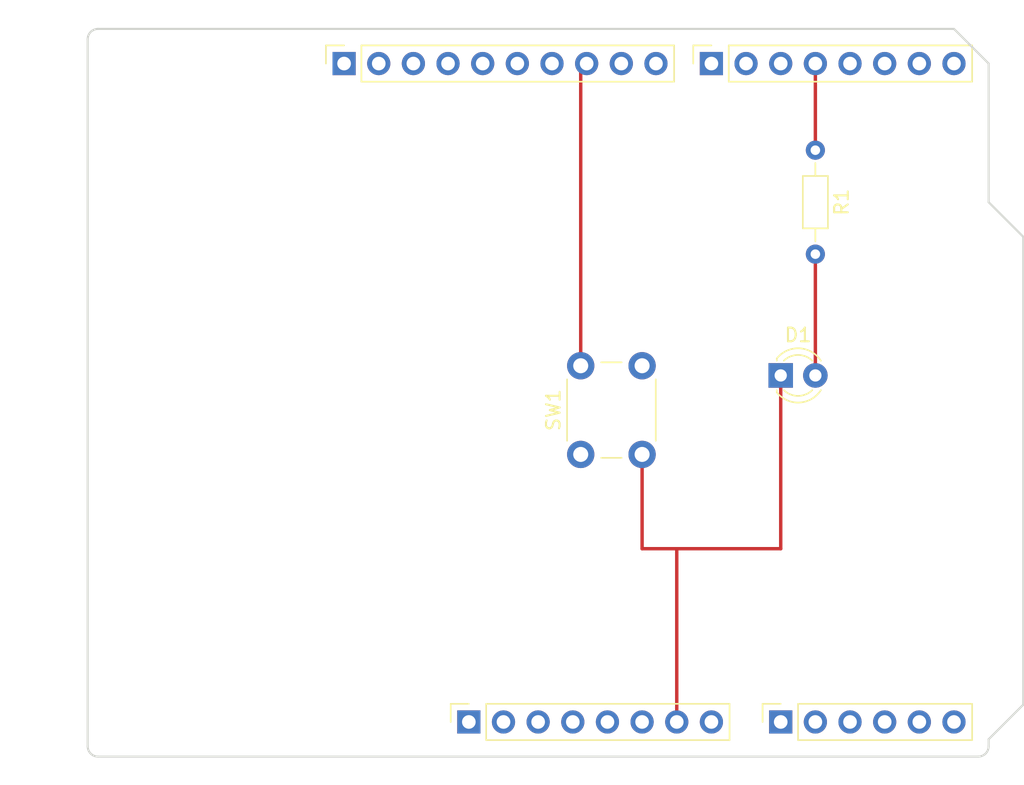
<source format=kicad_pcb>
(kicad_pcb (version 20221018) (generator pcbnew)
  (title_block (date "mar. 31 mars 2015"))
  (layers (0 "F.Cu" signal) (31 "B.Cu" signal) (34 "B.Paste" user) (35 "F.Paste" user) (36 "B.SilkS" user "B.Silkscreen") (37 "F.SilkS" user "F.Silkscreen") (38 "B.Mask" user) (39 "F.Mask" user) (44 "Edge.Cuts" user))
  (net 0 "")
  (net 1 "GND")
  (net 3 "+5V")
  (net 4 "/IOREF")
  (net 5 "/A0")
  (net 6 "/A1")
  (net 7 "/A2")
  (net 8 "/A3")
  (net 9 "/SDA{slash}A4")
  (net 10 "/SCL{slash}A5")
  (net 11 "/13")
  (net 12 "/12")
  (net 13 "/AREF")
  (net 14 "/8")
  (net 15 "/7")
  (net 16 "/*11")
  (net 17 "/*10")
  (net 18 "/*9")
  (net 19 "/4")
  (net 20 "/2")
  (net 21 "/*6")
  (net 22 "/*5")
  (net 23 "/TX{slash}1")
  (net 24 "/*3")
  (net 25 "/RX{slash}0")
  (net 26 "+3V3")
  (net 27 "VCC")
  (net 28 "/~{RESET}")
  (net 29 "Net-(D1-A)")
  (footprint "Connector_PinSocket_2.54mm:PinSocket_1x08_P2.54mm_Vertical" (layer "F.Cu") (at 127.94 97.46 90)
    (fp_text reference "J1" hide)
    (fp_text value "Power")
    (fp_line (start -1.33 1.27) (end -1.33 19.11) (stroke (width 0.12)) (layer "F.SilkS"))
    (fp_line (start -1.33 1.27) (end 1.33 1.27) (stroke (width 0.12)) (layer "F.SilkS"))
    (fp_line (start -1.33 19.11) (end 1.33 19.11) (stroke (width 0.12)) (layer "F.SilkS"))
    (fp_line (start 0 -1.33) (end 1.33 -1.33) (stroke (width 0.12)) (layer "F.SilkS"))
    (fp_line (start 1.33 -1.33) (end 1.33 0) (stroke (width 0.12)) (layer "F.SilkS"))
    (fp_line (start 1.33 1.27) (end 1.33 19.11) (stroke (width 0.12)) (layer "F.SilkS"))
    (pad "1" thru_hole rect locked (at 0 0 90) (size 1.7 1.7) (drill 1) (layers "*.Cu" "*.Mask"))
    (pad "2" thru_hole oval locked (at 0 2.54 90) (size 1.7 1.7) (drill 1) (layers "*.Cu" "*.Mask") (net 4 "/IOREF"))
    (pad "3" thru_hole oval locked (at 0 5.08 90) (size 1.7 1.7) (drill 1) (layers "*.Cu" "*.Mask") (net 28 "/~{RESET}"))
    (pad "4" thru_hole oval locked (at 0 7.62 90) (size 1.7 1.7) (drill 1) (layers "*.Cu" "*.Mask") (net 26 "+3V3"))
    (pad "5" thru_hole oval locked (at 0 10.16 90) (size 1.7 1.7) (drill 1) (layers "*.Cu" "*.Mask") (net 3 "+5V"))
    (pad "6" thru_hole oval locked (at 0 12.7 90) (size 1.7 1.7) (drill 1) (layers "*.Cu" "*.Mask") (net 1 "GND"))
    (pad "7" thru_hole oval locked (at 0 15.24 90) (size 1.7 1.7) (drill 1) (layers "*.Cu" "*.Mask") (net 1 "GND"))
    (pad "8" thru_hole oval locked (at 0 17.78 90) (size 1.7 1.7) (drill 1) (layers "*.Cu" "*.Mask") (net 27 "VCC"))
  )
  (footprint "Connector_PinSocket_2.54mm:PinSocket_1x06_P2.54mm_Vertical" (layer "F.Cu") (at 150.8 97.46 90)
    (fp_text reference "J3" hide)
    (fp_text value "Analog")
    (fp_line (start -1.33 1.27) (end -1.33 14.03) (stroke (width 0.12)) (layer "F.SilkS"))
    (fp_line (start -1.33 1.27) (end 1.33 1.27) (stroke (width 0.12)) (layer "F.SilkS"))
    (fp_line (start -1.33 14.03) (end 1.33 14.03) (stroke (width 0.12)) (layer "F.SilkS"))
    (fp_line (start 0 -1.33) (end 1.33 -1.33) (stroke (width 0.12)) (layer "F.SilkS"))
    (fp_line (start 1.33 -1.33) (end 1.33 0) (stroke (width 0.12)) (layer "F.SilkS"))
    (fp_line (start 1.33 1.27) (end 1.33 14.03) (stroke (width 0.12)) (layer "F.SilkS"))
    (pad "1" thru_hole rect locked (at 0 0 90) (size 1.7 1.7) (drill 1) (layers "*.Cu" "*.Mask") (net 5 "/A0"))
    (pad "2" thru_hole oval locked (at 0 2.54 90) (size 1.7 1.7) (drill 1) (layers "*.Cu" "*.Mask") (net 6 "/A1"))
    (pad "3" thru_hole oval locked (at 0 5.08 90) (size 1.7 1.7) (drill 1) (layers "*.Cu" "*.Mask") (net 7 "/A2"))
    (pad "4" thru_hole oval locked (at 0 7.62 90) (size 1.7 1.7) (drill 1) (layers "*.Cu" "*.Mask") (net 8 "/A3"))
    (pad "5" thru_hole oval locked (at 0 10.16 90) (size 1.7 1.7) (drill 1) (layers "*.Cu" "*.Mask") (net 9 "/SDA{slash}A4"))
    (pad "6" thru_hole oval locked (at 0 12.7 90) (size 1.7 1.7) (drill 1) (layers "*.Cu" "*.Mask") (net 10 "/SCL{slash}A5"))
  )
  (footprint "Connector_PinSocket_2.54mm:PinSocket_1x10_P2.54mm_Vertical" (layer "F.Cu") (at 118.796 49.2 90)
    (fp_text reference "J2" hide)
    (fp_text value "Digital/PWM")
    (fp_line (start -1.33 1.27) (end -1.33 24.19) (stroke (width 0.12)) (layer "F.SilkS"))
    (fp_line (start -1.33 1.27) (end 1.33 1.27) (stroke (width 0.12)) (layer "F.SilkS"))
    (fp_line (start -1.33 24.19) (end 1.33 24.19) (stroke (width 0.12)) (layer "F.SilkS"))
    (fp_line (start 0 -1.33) (end 1.33 -1.33) (stroke (width 0.12)) (layer "F.SilkS"))
    (fp_line (start 1.33 -1.33) (end 1.33 0) (stroke (width 0.12)) (layer "F.SilkS"))
    (fp_line (start 1.33 1.27) (end 1.33 24.19) (stroke (width 0.12)) (layer "F.SilkS"))
    (pad "1" thru_hole rect locked (at 0 0 90) (size 1.7 1.7) (drill 1) (layers "*.Cu" "*.Mask") (net 10 "/SCL{slash}A5"))
    (pad "2" thru_hole oval locked (at 0 2.54 90) (size 1.7 1.7) (drill 1) (layers "*.Cu" "*.Mask") (net 9 "/SDA{slash}A4"))
    (pad "3" thru_hole oval locked (at 0 5.08 90) (size 1.7 1.7) (drill 1) (layers "*.Cu" "*.Mask") (net 13 "/AREF"))
    (pad "4" thru_hole oval locked (at 0 7.62 90) (size 1.7 1.7) (drill 1) (layers "*.Cu" "*.Mask") (net 1 "GND"))
    (pad "5" thru_hole oval locked (at 0 10.16 90) (size 1.7 1.7) (drill 1) (layers "*.Cu" "*.Mask") (net 11 "/13"))
    (pad "6" thru_hole oval locked (at 0 12.7 90) (size 1.7 1.7) (drill 1) (layers "*.Cu" "*.Mask") (net 12 "/12"))
    (pad "7" thru_hole oval locked (at 0 15.24 90) (size 1.7 1.7) (drill 1) (layers "*.Cu" "*.Mask") (net 16 "/*11"))
    (pad "8" thru_hole oval locked (at 0 17.78 90) (size 1.7 1.7) (drill 1) (layers "*.Cu" "*.Mask") (net 17 "/*10"))
    (pad "9" thru_hole oval locked (at 0 20.32 90) (size 1.7 1.7) (drill 1) (layers "*.Cu" "*.Mask") (net 18 "/*9"))
    (pad "10" thru_hole oval locked (at 0 22.86 90) (size 1.7 1.7) (drill 1) (layers "*.Cu" "*.Mask") (net 14 "/8"))
  )
  (footprint "Connector_PinSocket_2.54mm:PinSocket_1x08_P2.54mm_Vertical" (layer "F.Cu") (at 145.72 49.2 90)
    (fp_text reference "J4" hide)
    (fp_text value "Digital/PWM")
    (fp_line (start -1.33 1.27) (end -1.33 19.11) (stroke (width 0.12)) (layer "F.SilkS"))
    (fp_line (start -1.33 1.27) (end 1.33 1.27) (stroke (width 0.12)) (layer "F.SilkS"))
    (fp_line (start -1.33 19.11) (end 1.33 19.11) (stroke (width 0.12)) (layer "F.SilkS"))
    (fp_line (start 0 -1.33) (end 1.33 -1.33) (stroke (width 0.12)) (layer "F.SilkS"))
    (fp_line (start 1.33 -1.33) (end 1.33 0) (stroke (width 0.12)) (layer "F.SilkS"))
    (fp_line (start 1.33 1.27) (end 1.33 19.11) (stroke (width 0.12)) (layer "F.SilkS"))
    (pad "1" thru_hole rect locked (at 0 0 90) (size 1.7 1.7) (drill 1) (layers "*.Cu" "*.Mask") (net 15 "/7"))
    (pad "2" thru_hole oval locked (at 0 2.54 90) (size 1.7 1.7) (drill 1) (layers "*.Cu" "*.Mask") (net 21 "/*6"))
    (pad "3" thru_hole oval locked (at 0 5.08 90) (size 1.7 1.7) (drill 1) (layers "*.Cu" "*.Mask") (net 22 "/*5"))
    (pad "4" thru_hole oval locked (at 0 7.62 90) (size 1.7 1.7) (drill 1) (layers "*.Cu" "*.Mask") (net 19 "/4"))
    (pad "5" thru_hole oval locked (at 0 10.16 90) (size 1.7 1.7) (drill 1) (layers "*.Cu" "*.Mask") (net 24 "/*3"))
    (pad "6" thru_hole oval locked (at 0 12.7 90) (size 1.7 1.7) (drill 1) (layers "*.Cu" "*.Mask") (net 20 "/2"))
    (pad "7" thru_hole oval locked (at 0 15.24 90) (size 1.7 1.7) (drill 1) (layers "*.Cu" "*.Mask") (net 23 "/TX{slash}1"))
    (pad "8" thru_hole oval locked (at 0 17.78 90) (size 1.7 1.7) (drill 1) (layers "*.Cu" "*.Mask") (net 25 "/RX{slash}0"))
  )
  (footprint "Resistor_THT:R_Axial_DIN0204_L3.6mm_D1.6mm_P7.62mm_Horizontal" (layer "F.Cu") (at 153.34 55.55 -90)
    (fp_text reference "R1" (at 3.81 -1.92 90) (layer "F.SilkS"))
    (fp_text value "R")
    (fp_line (start 0.94 0) (end 1.89 0) (stroke (width 0.12)) (layer "F.SilkS"))
    (fp_line (start 1.89 -0.92) (end 1.89 0.92) (stroke (width 0.12)) (layer "F.SilkS"))
    (fp_line (start 1.89 0.92) (end 5.73 0.92) (stroke (width 0.12)) (layer "F.SilkS"))
    (fp_line (start 5.73 -0.92) (end 1.89 -0.92) (stroke (width 0.12)) (layer "F.SilkS"))
    (fp_line (start 5.73 0.92) (end 5.73 -0.92) (stroke (width 0.12)) (layer "F.SilkS"))
    (fp_line (start 6.68 0) (end 5.73 0) (stroke (width 0.12)) (layer "F.SilkS"))
    (pad "1" thru_hole circle (at 0 0 270) (size 1.4 1.4) (drill 0.7) (layers "*.Cu" "*.Mask") (net 19 "/4"))
    (pad "2" thru_hole oval (at 7.62 0 270) (size 1.4 1.4) (drill 0.7) (layers "*.Cu" "*.Mask") (net 29 "Net-(D1-A)"))
  )
  (footprint "Arduino_MountingHole:MountingHole_3.2mm" (layer "F.Cu") (at 115.24 49.2)
    (fp_text reference "MH1" hide)
    (fp_text value "MountingHole_3.2mm" hide)
    (pad "" np_thru_hole circle locked (at 0 0) (size 3.2 3.2) (drill 3.2) (layers "*.Cu" "*.Mask"))
  )
  (footprint "Button_Switch_THT:SW_PUSH_6mm" (layer "F.Cu") (at 136.14 77.85 90)
    (fp_text reference "SW1" (at 3.25 -2 90) (layer "F.SilkS"))
    (fp_text value "SW_DIP_x01")
    (fp_line (start -0.25 1.5) (end -0.25 3) (stroke (width 0.12)) (layer "F.SilkS"))
    (fp_line (start 1 5.5) (end 5.5 5.5) (stroke (width 0.12)) (layer "F.SilkS"))
    (fp_line (start 5.5 -1) (end 1 -1) (stroke (width 0.12)) (layer "F.SilkS"))
    (fp_line (start 6.75 3) (end 6.75 1.5) (stroke (width 0.12)) (layer "F.SilkS"))
    (pad "1" thru_hole circle (at 0 0 180) (size 2 2) (drill 1.1) (layers "*.Cu" "*.Mask") (net 17 "/*10"))
    (pad "1" thru_hole circle (at 6.5 0 180) (size 2 2) (drill 1.1) (layers "*.Cu" "*.Mask") (net 17 "/*10"))
    (pad "2" thru_hole circle (at 0 4.5 180) (size 2 2) (drill 1.1) (layers "*.Cu" "*.Mask") (net 1 "GND"))
    (pad "2" thru_hole circle (at 6.5 4.5 180) (size 2 2) (drill 1.1) (layers "*.Cu" "*.Mask") (net 1 "GND"))
  )
  (footprint "Arduino_MountingHole:MountingHole_3.2mm" (layer "F.Cu") (at 113.97 97.46)
    (fp_text reference "MH2" hide)
    (fp_text value "MountingHole_3.2mm" hide)
    (pad "" np_thru_hole circle locked (at 0 0) (size 3.2 3.2) (drill 3.2) (layers "*.Cu" "*.Mask"))
  )
  (footprint "LED_THT:LED_D3.0mm" (layer "F.Cu") (at 150.8 72.06)
    (fp_text reference "D1" (at 1.27 -2.96) (layer "F.SilkS"))
    (fp_text value "LED")
    (fp_line (start -0.29 -1.236) (end -0.29 -1.08) (stroke (width 0.12)) (layer "F.SilkS"))
    (fp_line (start -0.29 1.08) (end -0.29 1.236) (stroke (width 0.12)) (layer "F.SilkS"))
    (fp_arc (start -0.29 -1.235516) (mid 1.366487 -1.987659) (end 2.942335 -1.078608) (stroke (width 0.12)) (layer "F.SilkS"))
    (fp_arc (start 0.229039 -1.08) (mid 1.270117 -1.5) (end 2.31113 -1.079837) (stroke (width 0.12)) (layer "F.SilkS"))
    (fp_arc (start 2.31113 1.079837) (mid 1.270117 1.5) (end 0.229039 1.08) (stroke (width 0.12)) (layer "F.SilkS"))
    (fp_arc (start 2.942335 1.078608) (mid 1.366487 1.987659) (end -0.29 1.235516) (stroke (width 0.12)) (layer "F.SilkS"))
    (pad "1" thru_hole rect (at 0 0) (size 1.8 1.8) (drill 0.9) (layers "*.Cu" "*.Mask") (net 1 "GND"))
    (pad "2" thru_hole circle (at 2.54 0) (size 1.8 1.8) (drill 0.9) (layers "*.Cu" "*.Mask") (net 29 "Net-(D1-A)"))
  )
  (footprint "Arduino_MountingHole:MountingHole_3.2mm" (layer "F.Cu") (at 166.04 64.44)
    (fp_text reference "MH3" hide)
    (fp_text value "MountingHole_3.2mm" hide)
    (pad "" np_thru_hole circle locked (at 0 0) (size 3.2 3.2) (drill 3.2) (layers "*.Cu" "*.Mask"))
  )
  (footprint "Arduino_MountingHole:MountingHole_3.2mm" (layer "F.Cu") (at 166.04 92.38)
    (fp_text reference "MH4" hide)
    (fp_text value "MountingHole_3.2mm" hide)
    (pad "" np_thru_hole circle locked (at 0 0) (size 3.2 3.2) (drill 3.2) (layers "*.Cu" "*.Mask"))
  )
  (gr_line (start 166.04 59.36) (end 168.58 61.9) (stroke (width 0.15)) (layer "Edge.Cuts"))
  (gr_line (start 100 99.238) (end 100 47.422) (stroke (width 0.15)) (layer "Edge.Cuts"))
  (gr_line (start 168.58 61.9) (end 168.58 96.19) (stroke (width 0.15)) (layer "Edge.Cuts"))
  (gr_line (start 165.278 100) (end 100.762 100) (stroke (width 0.15)) (layer "Edge.Cuts"))
  (gr_line (start 100.762 46.66) (end 163.5 46.66) (stroke (width 0.15)) (layer "Edge.Cuts"))
  (gr_arc (start 100.762 100) (mid 100.223185 99.776815) (end 100 99.238) (stroke (width 0.15)) (layer "Edge.Cuts"))
  (gr_line (start 168.58 96.19) (end 166.04 98.73) (stroke (width 0.15)) (layer "Edge.Cuts"))
  (gr_line (start 163.5 46.66) (end 166.04 49.2) (stroke (width 0.15)) (layer "Edge.Cuts"))
  (gr_arc (start 166.04 99.238) (mid 165.816815 99.776815) (end 165.278 100) (stroke (width 0.15)) (layer "Edge.Cuts"))
  (gr_line (start 166.04 49.2) (end 166.04 59.36) (stroke (width 0.15)) (layer "Edge.Cuts"))
  (gr_line (start 166.04 98.73) (end 166.04 99.238) (stroke (width 0.15)) (layer "Edge.Cuts"))
  (gr_arc (start 100 47.422) (mid 100.223185 46.883185) (end 100.762 46.66) (stroke (width 0.15)) (layer "Edge.Cuts"))
  (segment (start 140.64 84.76) (end 143.18 84.76) (width 0.25) (layer "F.Cu") (net 1))
  (segment (start 140.64 77.85) (end 140.64 84.76) (width 0.25) (layer "F.Cu") (net 1))
  (segment (start 150.8 84.76) (end 150.8 72.06) (width 0.25) (layer "F.Cu") (net 1))
  (segment (start 143.18 84.76) (end 150.8 84.76) (width 0.25) (layer "F.Cu") (net 1))
  (segment (start 143.18 84.76) (end 143.18 97.46) (width 0.25) (layer "F.Cu") (net 1))
  (segment (start 136.14 49.636) (end 136.576 49.2) (width 0.25) (layer "F.Cu") (net 17))
  (segment (start 136.14 71.35) (end 136.14 49.636) (width 0.25) (layer "F.Cu") (net 17))
  (segment (start 153.34 49.2) (end 153.34 55.55) (width 0.25) (layer "F.Cu") (net 19))
  (segment (start 153.34 63.17) (end 153.34 72.06) (width 0.25) (layer "F.Cu") (net 29))
)
</source>
